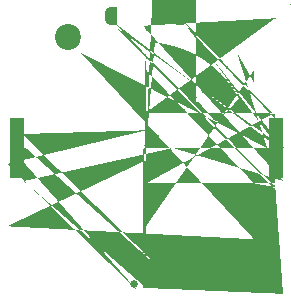
<source format=gbs>
G04 #@! TF.GenerationSoftware,KiCad,Pcbnew,8.0.5*
G04 #@! TF.CreationDate,2025-01-04T18:47:14-06:00*
G04 #@! TF.ProjectId,button_transmitter,62757474-6f6e-45f7-9472-616e736d6974,rev?*
G04 #@! TF.SameCoordinates,PX481dea0PY631a57d*
G04 #@! TF.FileFunction,Soldermask,Bot*
G04 #@! TF.FilePolarity,Negative*
%FSLAX46Y46*%
G04 Gerber Fmt 4.6, Leading zero omitted, Abs format (unit mm)*
G04 Created by KiCad (PCBNEW 8.0.5) date 2025-01-04 18:47:14*
%MOMM*%
%LPD*%
G01*
G04 APERTURE LIST*
G04 Aperture macros list*
%AMFreePoly0*
4,1,19,0.500000,-0.750000,0.000000,-0.750000,0.000000,-0.744911,-0.071157,-0.744911,-0.207708,-0.704816,-0.327430,-0.627875,-0.420627,-0.520320,-0.479746,-0.390866,-0.500000,-0.250000,-0.500000,0.250000,-0.479746,0.390866,-0.420627,0.520320,-0.327430,0.627875,-0.207708,0.704816,-0.071157,0.744911,0.000000,0.744911,0.000000,0.750000,0.500000,0.750000,0.500000,-0.750000,0.500000,-0.750000,
$1*%
%AMFreePoly1*
4,1,177,0.747786,8.922355,1.334728,8.848455,1.915530,8.736072,2.487674,8.585696,3.048676,8.397977,3.596102,8.173731,4.127576,7.913930,4.640793,7.619703,5.133526,7.292325,5.603636,6.933218,6.049083,6.543939,6.467935,6.126177,6.858374,5.681746,7.218706,5.212574,7.547368,4.720697,7.842932,4.208249,7.842933,4.208249,7.843273,4.206336,7.844408,4.205294,7.844705,4.198282,
7.849428,4.171740,7.848425,4.169676,7.848766,4.167901,7.846209,4.162904,7.846358,4.159413,7.834190,4.139413,7.821900,4.126032,6.278103,2.445008,6.277776,2.444846,6.224884,2.387259,6.222047,2.385183,6.221059,2.383453,6.221059,2.383454,6.145666,2.330882,6.059356,2.299283,5.967841,2.290748,5.877176,2.305844,5.793363,2.343570,5.728297,2.396285,5.727004,2.396688,
5.723422,2.400235,5.721948,2.401430,5.721942,2.401424,5.721688,2.401952,5.719655,2.403967,4.461901,3.885481,4.400676,3.918954,4.327946,3.932999,4.254394,3.924222,4.210769,3.904302,3.514193,3.278674,3.483637,3.228192,3.466969,3.157044,3.473103,3.084228,3.501439,3.016871,3.505857,3.011754,5.222590,1.495668,5.223905,1.492977,5.227267,1.491058,5.279837,1.415664,
5.311433,1.329353,5.319966,1.237839,5.304871,1.147175,5.267147,1.063362,5.209290,0.991945,5.209292,0.991942,5.208925,0.991766,5.208789,0.991468,5.202924,0.986665,3.216460,-0.440428,3.184048,-0.469110,3.118103,-0.568781,3.080223,-0.682131,3.072995,-0.801424,3.096910,-0.918518,3.150338,-1.025423,3.229632,-1.114841,3.306346,-1.165469,3.326824,-1.169110,4.759340,-1.728473,
4.836437,-1.742974,4.954812,-1.739202,5.069576,-1.709945,5.175309,-1.656584,5.224713,-1.616210,8.455521,2.378329,8.473511,2.393309,8.485378,2.394563,8.495865,2.400265,8.499751,2.399116,8.523893,2.405756,8.558600,2.392697,8.579001,2.361732,8.579001,2.361731,8.717021,1.786482,8.816868,1.203393,8.878109,0.614996,8.900480,0.023844,8.883882,-0.567498,8.828389,-1.156465,
8.734239,-1.740501,8.601843,-2.317071,8.431775,-2.883673,8.224772,-3.437849,7.981733,-3.977195,7.703713,-4.499369,7.391917,-5.002107,7.047699,-5.483226,6.672552,-5.940639,6.268105,-6.372361,5.836112,-6.776518,5.378448,-7.151358,4.897098,-7.495253,4.394152,-7.806712,3.871791,-8.084382,3.332283,-8.327060,2.777968,-8.533691,2.211251,-8.703379,1.634593,-8.835389,1.050494,-8.929147,
0.461491,-8.984245,-0.129863,-9.000447,-0.721000,-8.977680,-1.309356,-8.916043,-1.892377,-8.815805,-2.467534,-8.677400,-3.032331,-8.501429,-3.584317,-8.288655,-4.121098,-8.040002,-4.640343,-7.756548,-5.139799,-7.439524,-5.617301,-7.090304,-6.070774,-6.710405,-6.498253,-6.301475,-6.897881,-5.865289,-7.267925,-5.403738,-7.606779,-4.918826,-7.912973,-4.412657,-8.185177,-3.887428,-8.422212,-3.345417,
-8.623048,-2.788976,-8.786814,-2.220520,-8.912800,-1.642515,-9.000457,-1.057470,-9.013958,-0.894862,2.583906,-0.894862,2.586364,-0.895843,2.585874,-0.893447,2.583906,-0.894862,-9.013958,-0.894862,-9.049407,-0.467924,-9.059437,0.123567,-9.030504,0.714434,-8.962732,1.302115,-8.856416,1.884058,-8.712017,2.457740,-8.530162,3.020670,-8.311640,3.570406,-8.057399,4.104563,-7.768543,4.620822,
-7.446324,5.116943,-7.092142,5.590775,-6.707532,6.040260,-6.294164,6.463448,-5.853831,6.858503,-5.388444,7.223711,-4.900023,7.557487,-4.390687,7.858382,-3.862646,8.125092,-3.318191,8.356458,-2.759685,8.551477,-2.189551,8.709303,-1.610263,8.829250,-1.024336,8.910799,-0.434310,8.953595,0.157253,8.957453,0.747786,8.922355,0.747786,8.922355,$1*%
G04 Aperture macros list end*
%ADD10R,0.635000X0.635000*%
%ADD11C,0.635000*%
%ADD12C,2.200000*%
%ADD13O,2.200000X2.200000*%
%ADD14C,0.600000*%
%ADD15FreePoly0,0.000000*%
%ADD16FreePoly0,180.000000*%
%ADD17R,1.270000X5.080000*%
%ADD18FreePoly1,180.000000*%
G04 APERTURE END LIST*
D10*
X1500000Y-10488075D03*
D11*
X-1040001Y-11758075D03*
D12*
X-6630000Y9156925D03*
D13*
X6610000Y9156925D03*
D14*
X-3000000Y10926925D03*
D15*
X-3000000Y10926925D03*
D14*
X3000000Y10926925D03*
D16*
X3000000Y10926925D03*
D17*
X10985000Y-253075D03*
X-10985000Y-253075D03*
D18*
X-80000Y-273075D03*
M02*

</source>
